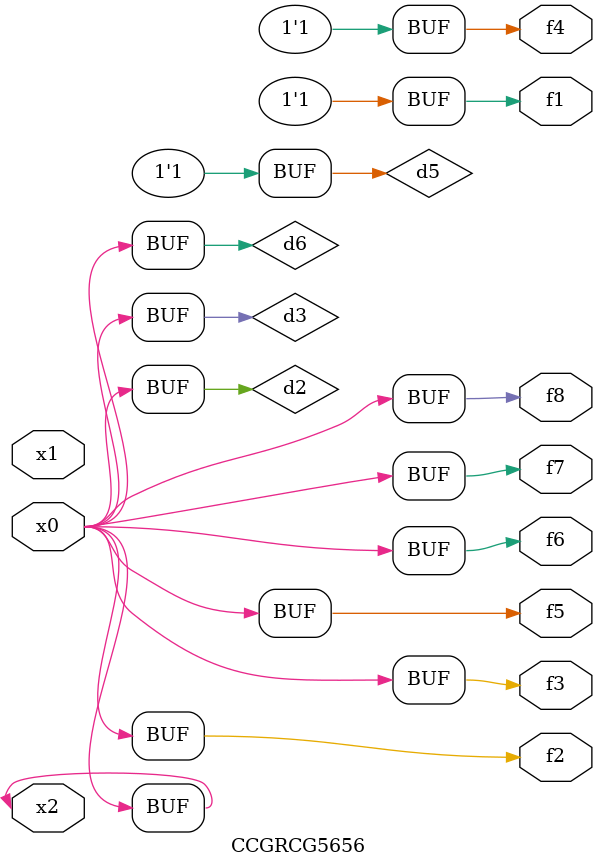
<source format=v>
module CCGRCG5656(
	input x0, x1, x2,
	output f1, f2, f3, f4, f5, f6, f7, f8
);

	wire d1, d2, d3, d4, d5, d6;

	xnor (d1, x2);
	buf (d2, x0, x2);
	and (d3, x0);
	xnor (d4, x1, x2);
	nand (d5, d1, d3);
	buf (d6, d2, d3);
	assign f1 = d5;
	assign f2 = d6;
	assign f3 = d6;
	assign f4 = d5;
	assign f5 = d6;
	assign f6 = d6;
	assign f7 = d6;
	assign f8 = d6;
endmodule

</source>
